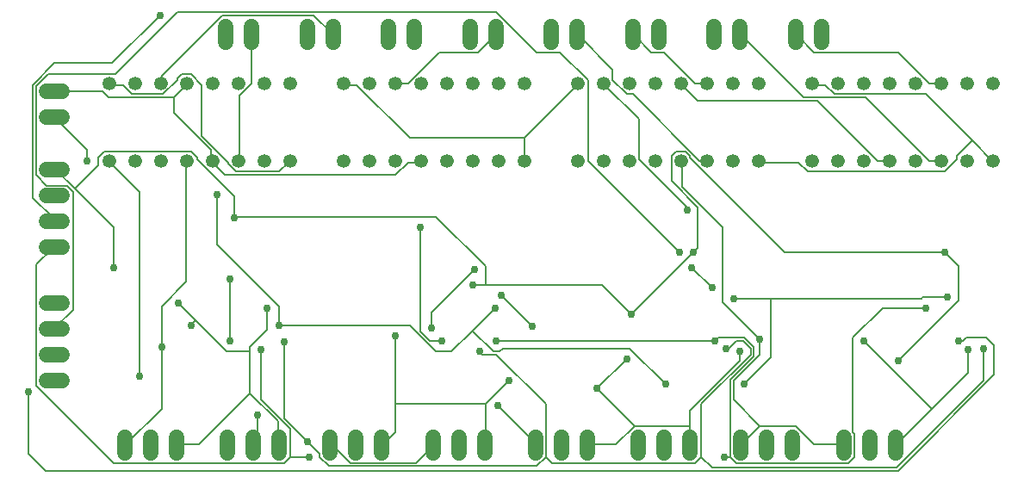
<source format=gbr>
G04 EAGLE Gerber RS-274X export*
G75*
%MOMM*%
%FSLAX34Y34*%
%LPD*%
%INBottom Copper*%
%IPPOS*%
%AMOC8*
5,1,8,0,0,1.08239X$1,22.5*%
G01*
G04 Define Apertures*
%ADD10C,1.524000*%
%ADD11C,1.343400*%
%ADD12C,0.152400*%
%ADD13C,0.756400*%
D10*
X55720Y242400D02*
X40480Y242400D01*
X40480Y267800D02*
X55720Y267800D01*
X55720Y293200D02*
X40480Y293200D01*
X40480Y318600D02*
X55720Y318600D01*
X217300Y444280D02*
X217300Y459520D01*
X242700Y459520D02*
X242700Y444280D01*
X297300Y444280D02*
X297300Y459520D01*
X322700Y459520D02*
X322700Y444280D01*
X168580Y55720D02*
X168580Y40480D01*
X143180Y40480D02*
X143180Y55720D01*
X117780Y55720D02*
X117780Y40480D01*
X55720Y371000D02*
X40480Y371000D01*
X40480Y396400D02*
X55720Y396400D01*
D11*
X102350Y327470D03*
X127750Y327470D03*
X153150Y327470D03*
X178550Y327470D03*
X203950Y327470D03*
X229350Y327470D03*
X254750Y327470D03*
X280150Y327470D03*
X280150Y403670D03*
X254750Y403670D03*
X229350Y403670D03*
X203950Y403670D03*
X178550Y403670D03*
X153150Y403670D03*
X127750Y403670D03*
X102350Y403670D03*
D10*
X269554Y55720D02*
X269554Y40480D01*
X244154Y40480D02*
X244154Y55720D01*
X218754Y55720D02*
X218754Y40480D01*
X55720Y111900D02*
X40480Y111900D01*
X40480Y137300D02*
X55720Y137300D01*
X55720Y162700D02*
X40480Y162700D01*
X40480Y188100D02*
X55720Y188100D01*
X370529Y55720D02*
X370529Y40480D01*
X345129Y40480D02*
X345129Y55720D01*
X319729Y55720D02*
X319729Y40480D01*
X377300Y444280D02*
X377300Y459520D01*
X402700Y459520D02*
X402700Y444280D01*
X457300Y444280D02*
X457300Y459520D01*
X482700Y459520D02*
X482700Y444280D01*
D11*
X332631Y327470D03*
X358031Y327470D03*
X383431Y327470D03*
X408831Y327470D03*
X434231Y327470D03*
X459631Y327470D03*
X485031Y327470D03*
X510431Y327470D03*
X510431Y403670D03*
X485031Y403670D03*
X459631Y403670D03*
X434231Y403670D03*
X408831Y403670D03*
X383431Y403670D03*
X358031Y403670D03*
X332631Y403670D03*
D10*
X471503Y55720D02*
X471503Y40480D01*
X446103Y40480D02*
X446103Y55720D01*
X420703Y55720D02*
X420703Y40480D01*
X572477Y40480D02*
X572477Y55720D01*
X547077Y55720D02*
X547077Y40480D01*
X521677Y40480D02*
X521677Y55720D01*
X537300Y444280D02*
X537300Y459520D01*
X562700Y459520D02*
X562700Y444280D01*
X617300Y444280D02*
X617300Y459520D01*
X642700Y459520D02*
X642700Y444280D01*
D11*
X562912Y327470D03*
X588312Y327470D03*
X613712Y327470D03*
X639112Y327470D03*
X664512Y327470D03*
X689912Y327470D03*
X715312Y327470D03*
X740712Y327470D03*
X740712Y403670D03*
X715312Y403670D03*
X689912Y403670D03*
X664512Y403670D03*
X639112Y403670D03*
X613712Y403670D03*
X588312Y403670D03*
X562912Y403670D03*
D10*
X673451Y55720D02*
X673451Y40480D01*
X648051Y40480D02*
X648051Y55720D01*
X622651Y55720D02*
X622651Y40480D01*
X774426Y40480D02*
X774426Y55720D01*
X749026Y55720D02*
X749026Y40480D01*
X723626Y40480D02*
X723626Y55720D01*
X697300Y444280D02*
X697300Y459520D01*
X722700Y459520D02*
X722700Y444280D01*
X777300Y444280D02*
X777300Y459520D01*
X802700Y459520D02*
X802700Y444280D01*
D11*
X793193Y327470D03*
X818593Y327470D03*
X843993Y327470D03*
X869393Y327470D03*
X894793Y327470D03*
X920193Y327470D03*
X945593Y327470D03*
X970993Y327470D03*
X970993Y403670D03*
X945593Y403670D03*
X920193Y403670D03*
X894793Y403670D03*
X869393Y403670D03*
X843993Y403670D03*
X818593Y403670D03*
X793193Y403670D03*
D10*
X875400Y55720D02*
X875400Y40480D01*
X850000Y40480D02*
X850000Y55720D01*
X824600Y55720D02*
X824600Y40480D01*
D12*
X96012Y396240D02*
X48768Y396240D01*
X96012Y396240D02*
X102108Y390144D01*
X166116Y390144D01*
X178308Y402336D01*
X48768Y396240D02*
X48100Y396400D01*
X178308Y402336D02*
X178550Y403670D01*
X202692Y338328D02*
X202692Y327660D01*
X202692Y338328D02*
X166116Y374904D01*
X166116Y390144D01*
X202692Y327660D02*
X203950Y327470D01*
X396240Y326136D02*
X408432Y326136D01*
X396240Y326136D02*
X384048Y313944D01*
X216408Y313944D01*
X204216Y326136D01*
X408432Y326136D02*
X408831Y327470D01*
X204216Y326136D02*
X203950Y327470D01*
X858012Y327660D02*
X868680Y327660D01*
X858012Y327660D02*
X798576Y387096D01*
X681228Y387096D01*
X665988Y402336D01*
X868680Y327660D02*
X869393Y327470D01*
X665988Y402336D02*
X664512Y403670D01*
X153924Y144780D02*
X153924Y83820D01*
X118872Y48768D01*
X117780Y48100D01*
X795528Y48768D02*
X824484Y48768D01*
X795528Y48768D02*
X777240Y67056D01*
X742188Y67056D01*
X723900Y48768D01*
X824484Y48768D02*
X824600Y48100D01*
X723900Y48768D02*
X723626Y48100D01*
X522732Y48768D02*
X484632Y86868D01*
X521677Y48100D02*
X522732Y48768D01*
X742188Y137160D02*
X742188Y152400D01*
X742188Y137160D02*
X716280Y111252D01*
X716280Y92964D01*
X742188Y67056D01*
X323088Y47244D02*
X320040Y47244D01*
X323088Y47244D02*
X339852Y30480D01*
X403860Y30480D01*
X420624Y47244D01*
X320040Y47244D02*
X319729Y48100D01*
X420624Y47244D02*
X420703Y48100D01*
X665988Y301752D02*
X665988Y326136D01*
X665988Y301752D02*
X705612Y262128D01*
X705612Y188976D01*
X742188Y152400D01*
X665988Y326136D02*
X664512Y327470D01*
X178308Y326136D02*
X178308Y208788D01*
X153924Y184404D01*
X153924Y144780D01*
X178308Y326136D02*
X178550Y327470D01*
D13*
X153924Y144780D03*
X484632Y86868D03*
X742188Y152400D03*
D12*
X230124Y327660D02*
X230124Y391668D01*
X242316Y403860D01*
X242316Y451104D01*
X230124Y327660D02*
X229350Y327470D01*
X242316Y451104D02*
X242700Y451900D01*
X153924Y411480D02*
X153924Y403860D01*
X153924Y411480D02*
X213360Y470916D01*
X303276Y470916D01*
X321564Y452628D01*
X153924Y403860D02*
X153150Y403670D01*
X321564Y452628D02*
X322700Y451900D01*
X106680Y262128D02*
X106680Y222504D01*
X68580Y300228D02*
X48768Y320040D01*
X68580Y300228D02*
X106680Y262128D01*
X48100Y318600D02*
X48768Y320040D01*
X225552Y292608D02*
X225552Y272796D01*
X225552Y292608D02*
X188976Y329184D01*
X188976Y330708D01*
X182880Y336804D01*
X97536Y336804D01*
X91440Y330708D01*
X91440Y323088D01*
X68580Y300228D01*
X877824Y131064D02*
X937260Y190500D01*
X937260Y224028D01*
X923544Y237744D01*
X676656Y237744D02*
X615696Y176784D01*
X586740Y205740D02*
X472440Y205740D01*
X460248Y205740D01*
X586740Y205740D02*
X615696Y176784D01*
X766572Y237744D02*
X923544Y237744D01*
X766572Y237744D02*
X673608Y330708D01*
X673608Y332232D01*
X669036Y336804D01*
X659892Y336804D01*
X655320Y332232D01*
X655320Y307848D01*
X681228Y281940D01*
X681228Y242316D01*
X676656Y237744D01*
X423672Y272796D02*
X225552Y272796D01*
X423672Y272796D02*
X472440Y224028D01*
X472440Y205740D01*
X225552Y271272D02*
X225552Y272796D01*
D13*
X106680Y222504D03*
X225552Y271272D03*
X877824Y131064D03*
X923544Y237744D03*
X615696Y176784D03*
X676656Y237744D03*
X460248Y205740D03*
D12*
X794004Y402336D02*
X806196Y402336D01*
X815340Y393192D01*
X905256Y393192D01*
X950976Y347472D02*
X970788Y327660D01*
X950976Y347472D02*
X905256Y393192D01*
X794004Y402336D02*
X793193Y403670D01*
X970788Y327660D02*
X970993Y327470D01*
X780288Y326136D02*
X742188Y326136D01*
X780288Y326136D02*
X789432Y316992D01*
X923544Y316992D01*
X935736Y329184D01*
X935736Y332232D01*
X950976Y347472D01*
X742188Y326136D02*
X740712Y327470D01*
X80772Y327660D02*
X80772Y338328D01*
X48100Y371000D01*
X510540Y350520D02*
X510540Y327660D01*
X510540Y350520D02*
X562356Y402336D01*
X510540Y327660D02*
X510431Y327470D01*
X562356Y402336D02*
X562912Y403670D01*
X345948Y402336D02*
X333756Y402336D01*
X345948Y402336D02*
X397764Y350520D01*
X510540Y350520D01*
X333756Y402336D02*
X332631Y403670D01*
X115824Y402336D02*
X103632Y402336D01*
X115824Y402336D02*
X124968Y393192D01*
X155448Y393192D01*
X169164Y406908D01*
X169164Y408432D01*
X173736Y413004D01*
X182880Y413004D01*
X193548Y402336D01*
X193548Y352044D01*
X219456Y326136D01*
X219456Y324612D01*
X227076Y316992D01*
X269748Y316992D01*
X278892Y326136D01*
X103632Y402336D02*
X102350Y403670D01*
X278892Y326136D02*
X280150Y327470D01*
D13*
X80772Y327660D03*
D12*
X274320Y149352D02*
X274320Y74676D01*
X297180Y51816D02*
X309372Y39624D01*
X297180Y51816D02*
X274320Y74676D01*
X309372Y39624D02*
X309372Y36576D01*
X318516Y27432D01*
X522732Y27432D01*
X531876Y36576D01*
X531876Y88392D01*
X483108Y137160D01*
X469392Y137160D01*
X466344Y140208D01*
X708660Y143256D02*
X711708Y143256D01*
X719328Y150876D01*
X725424Y150876D01*
X733044Y143256D01*
X733044Y137160D01*
X684276Y88392D01*
X684276Y36576D01*
X678180Y30480D01*
X537972Y30480D01*
X531876Y36576D01*
X961644Y111252D02*
X961644Y143256D01*
X961644Y111252D02*
X876300Y25908D01*
X694944Y25908D01*
X684276Y36576D01*
D13*
X274320Y149352D03*
X466344Y140208D03*
X708660Y143256D03*
X961644Y143256D03*
X297180Y51816D03*
D12*
X752856Y192024D02*
X900684Y192024D01*
X752856Y192024D02*
X716280Y192024D01*
X900684Y192024D02*
X902208Y193548D01*
X926592Y193548D01*
X397764Y166116D02*
X269748Y166116D01*
X397764Y166116D02*
X423672Y140208D01*
X438912Y140208D01*
X458724Y160020D02*
X481584Y182880D01*
X458724Y160020D02*
X438912Y140208D01*
X47244Y268224D02*
X47244Y271272D01*
X27432Y291084D01*
X27432Y402336D01*
X48768Y423672D01*
X105156Y423672D01*
X152400Y470916D01*
X208788Y294132D02*
X208788Y245364D01*
X269748Y184404D01*
X269748Y166116D01*
X48100Y267800D02*
X47244Y268224D01*
X752856Y192024D02*
X752856Y134112D01*
X726948Y108204D01*
X649224Y108204D02*
X614172Y143256D01*
X489204Y143256D01*
X486156Y140208D01*
X480060Y140208D01*
X460248Y160020D01*
X458724Y160020D01*
D13*
X716280Y192024D03*
X926592Y193548D03*
X269748Y166116D03*
X481584Y182880D03*
X152400Y470916D03*
X208788Y294132D03*
X726948Y108204D03*
X649224Y108204D03*
D12*
X251460Y92964D02*
X251460Y141732D01*
X251460Y92964D02*
X280416Y64008D01*
X280416Y36576D01*
X274320Y30480D01*
X106680Y30480D01*
X30480Y106680D01*
X30480Y225552D01*
X47244Y242316D01*
X48100Y242400D01*
X483108Y150876D02*
X697992Y150876D01*
X862584Y182880D02*
X905256Y182880D01*
X862584Y182880D02*
X833628Y153924D01*
X833628Y60960D01*
X835152Y59436D01*
X835152Y36576D01*
X829056Y30480D01*
X719328Y30480D01*
X713232Y36576D01*
X713232Y112776D01*
X736092Y135636D01*
X736092Y144780D01*
X726948Y153924D01*
X701040Y153924D01*
X697992Y150876D01*
X298704Y36576D02*
X280416Y36576D01*
X707136Y36576D02*
X713232Y36576D01*
D13*
X251460Y141732D03*
X483108Y150876D03*
X697992Y150876D03*
X905256Y182880D03*
X298704Y36576D03*
X707136Y36576D03*
D12*
X257556Y161544D02*
X257556Y182880D01*
X257556Y161544D02*
X240792Y144780D01*
X240792Y140208D02*
X240792Y99060D01*
X240792Y140208D02*
X240792Y144780D01*
X240792Y99060D02*
X268224Y71628D01*
X268224Y48768D01*
X269554Y48100D01*
X190500Y48768D02*
X169164Y48768D01*
X190500Y48768D02*
X240792Y99060D01*
X169164Y48768D02*
X168580Y48100D01*
X217932Y140208D02*
X187452Y170688D01*
X170688Y187452D01*
X217932Y140208D02*
X240792Y140208D01*
X187452Y170688D02*
X182880Y166116D01*
D13*
X257556Y182880D03*
X170688Y187452D03*
X182880Y166116D03*
D12*
X248412Y77724D02*
X248412Y51816D01*
X245364Y48768D01*
X244154Y48100D01*
D13*
X248412Y77724D03*
D12*
X487680Y195072D02*
X518160Y164592D01*
X495300Y111252D02*
X472440Y88392D01*
X472440Y48768D01*
X471503Y48100D01*
X384048Y60960D02*
X384048Y88392D01*
X384048Y155448D01*
X384048Y60960D02*
X371856Y48768D01*
X370529Y48100D01*
X384048Y88392D02*
X472440Y88392D01*
D13*
X487680Y195072D03*
X518160Y164592D03*
X495300Y111252D03*
X384048Y155448D03*
D12*
X384048Y403860D02*
X396240Y403860D01*
X426720Y434340D01*
X464820Y434340D01*
X481584Y451104D01*
X384048Y403860D02*
X383431Y403670D01*
X481584Y451104D02*
X482700Y451900D01*
X682752Y327660D02*
X688848Y327660D01*
X682752Y327660D02*
X617220Y393192D01*
X611124Y393192D01*
X597408Y406908D01*
X597408Y417576D01*
X563880Y451104D01*
X688848Y327660D02*
X689912Y327470D01*
X563880Y451104D02*
X562700Y451900D01*
X722376Y140208D02*
X722376Y131064D01*
X673608Y82296D01*
X673608Y67056D02*
X673608Y48768D01*
X673608Y67056D02*
X673608Y82296D01*
X673608Y48768D02*
X673451Y48100D01*
X600456Y48768D02*
X573024Y48768D01*
X600456Y48768D02*
X618744Y67056D01*
X673608Y67056D01*
X573024Y48768D02*
X572477Y48100D01*
X618744Y67056D02*
X582168Y103632D01*
X611124Y132588D01*
D13*
X722376Y140208D03*
X582168Y103632D03*
X611124Y132588D03*
D12*
X678180Y403860D02*
X688848Y403860D01*
X678180Y403860D02*
X647700Y434340D01*
X635508Y434340D01*
X618744Y451104D01*
X688848Y403860D02*
X689912Y403670D01*
X618744Y451104D02*
X617300Y451900D01*
X675132Y222504D02*
X694944Y202692D01*
X662940Y237744D02*
X573024Y327660D01*
X573024Y406908D01*
X545592Y434340D01*
X522732Y434340D01*
X483108Y473964D01*
X169164Y473964D01*
X108204Y413004D01*
X42672Y413004D01*
X30480Y400812D01*
X30480Y313944D01*
X41148Y303276D01*
X60960Y303276D01*
X67056Y297180D01*
X67056Y181356D01*
X48768Y163068D01*
X48100Y162700D01*
D13*
X694944Y202692D03*
X675132Y222504D03*
X662940Y237744D03*
D12*
X908304Y327660D02*
X918972Y327660D01*
X908304Y327660D02*
X845820Y390144D01*
X784860Y390144D01*
X723900Y451104D01*
X918972Y327660D02*
X920193Y327470D01*
X723900Y451104D02*
X722700Y451900D01*
X937260Y150876D02*
X941832Y150876D01*
X944880Y153924D01*
X964692Y153924D01*
X972312Y146304D01*
X972312Y117348D01*
X877824Y22860D01*
X39624Y22860D01*
X22860Y39624D01*
X22860Y100584D01*
D13*
X937260Y150876D03*
X22860Y100584D03*
D12*
X946404Y118872D02*
X946404Y141732D01*
X911352Y83820D02*
X876300Y48768D01*
X911352Y83820D02*
X946404Y118872D01*
X876300Y48768D02*
X875400Y48100D01*
X911352Y83820D02*
X844296Y150876D01*
D13*
X946404Y141732D03*
X844296Y150876D03*
D12*
X908304Y403860D02*
X918972Y403860D01*
X908304Y403860D02*
X877824Y434340D01*
X795528Y434340D01*
X778764Y451104D01*
X918972Y403860D02*
X920193Y403670D01*
X778764Y451104D02*
X777300Y451900D01*
X132588Y297180D02*
X132588Y115824D01*
X132588Y297180D02*
X103632Y326136D01*
X102350Y327470D01*
D13*
X132588Y115824D03*
D12*
X670560Y278892D02*
X670560Y281940D01*
X623316Y329184D01*
X623316Y368808D01*
X589788Y402336D01*
X588312Y403670D01*
D13*
X670560Y278892D03*
D12*
X220980Y211836D02*
X220980Y150876D01*
D13*
X220980Y150876D03*
X220980Y211836D03*
D12*
X417576Y150876D02*
X429768Y150876D01*
X417576Y150876D02*
X408432Y160020D01*
X408432Y262128D01*
D13*
X429768Y150876D03*
X408432Y262128D03*
D12*
X419100Y178308D02*
X419100Y163068D01*
X419100Y178308D02*
X461772Y220980D01*
D13*
X419100Y163068D03*
X461772Y220980D03*
M02*

</source>
